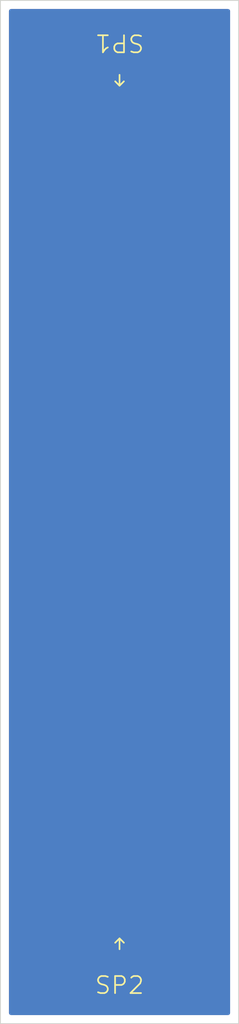
<source format=kicad_pcb>
(kicad_pcb (version 20240108) (generator "pcbnew") (generator_version "8.0")
  (layers (0 "F.Cu" signal) (31 "B.Cu" signal) (34 "B.Paste" user) (35 "F.Paste" user) (36 "B.SilkS" user "B.Silkscreen") (37 "F.SilkS" user "F.Silkscreen") (38 "B.Mask" user) (39 "F.Mask" user) (44 "Edge.Cuts" user))
  (net 0 "")
  (footprint "SRS_sim:Simulation_Port" (layer "F.Cu") (at 150 60 180)
    (property "Reference" "SP1" (at 0 2.5 180) (layer "F.SilkS") (effects (font (thickness 0.1))))
    (property "Value" "Simulation_Port" (hide yes))
    (fp_line (start 0 0) (end 0.254 0.254) (stroke (width 0.1)) (layer "F.SilkS"))
    (fp_line (start 0 0) (end 0 0.635) (stroke (width 0.1)) (layer "F.SilkS"))
    (fp_line (start 0 0) (end -0.254 0.254) (stroke (width 0.1)) (layer "F.SilkS"))
  )
  (footprint "SRS_sim:Simulation_Port" (layer "F.Cu") (at 150 110)
    (property "Reference" "SP2" (at 0 2.75 0) (layer "F.SilkS") (effects (font (thickness 0.1))))
    (property "Value" "Simulation_Port" (hide yes))
    (fp_line (start 0 0) (end -0.254 0.254) (stroke (width 0.1)) (layer "F.SilkS"))
    (fp_line (start 0 0) (end 0 0.635) (stroke (width 0.1)) (layer "F.SilkS"))
    (fp_line (start 0 0) (end 0.254 0.254) (stroke (width 0.1)) (layer "F.SilkS"))
  )
  (gr_rect (start 149.365 60) (end 150.635 110) (fill solid) (layer "F.Cu"))
  (gr_rect (start 143 55) (end 157 115) (stroke (width 0.05)) (fill none) (layer "Edge.Cuts"))
  (zone (net 0) (net_name "") (layers "F&B.Cu") (connect_pads yes (clearance 0.3556)) (min_thickness 0.25) (fill yes (thermal_gap 0.5) (thermal_bridge_width 0.5) (island_removal_mode 1) (island_area_min 10))
    (polygon (pts (xy 143 115) (xy 157 115) (xy 157 55) (xy 143 55)))
  )
)
</source>
